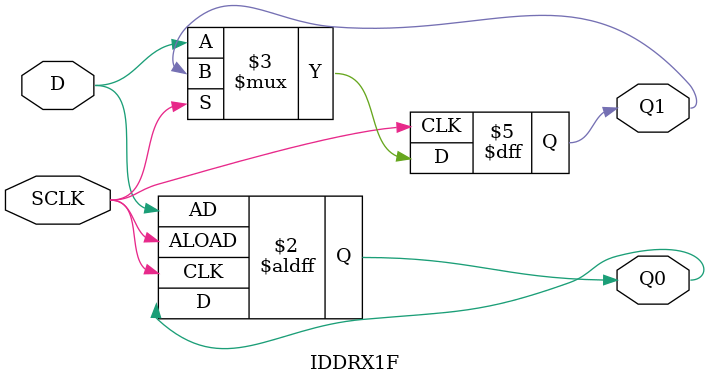
<source format=v>
module IDDRX1F (
    input D,
    input SCLK,
    output reg Q0,
    output reg Q1
);

    always @(posedge SCLK or negedge SCLK) begin
        if (SCLK) begin
            Q0 <= D;
        end else begin
            Q1 <= D;
        end
    end

endmodule

</source>
